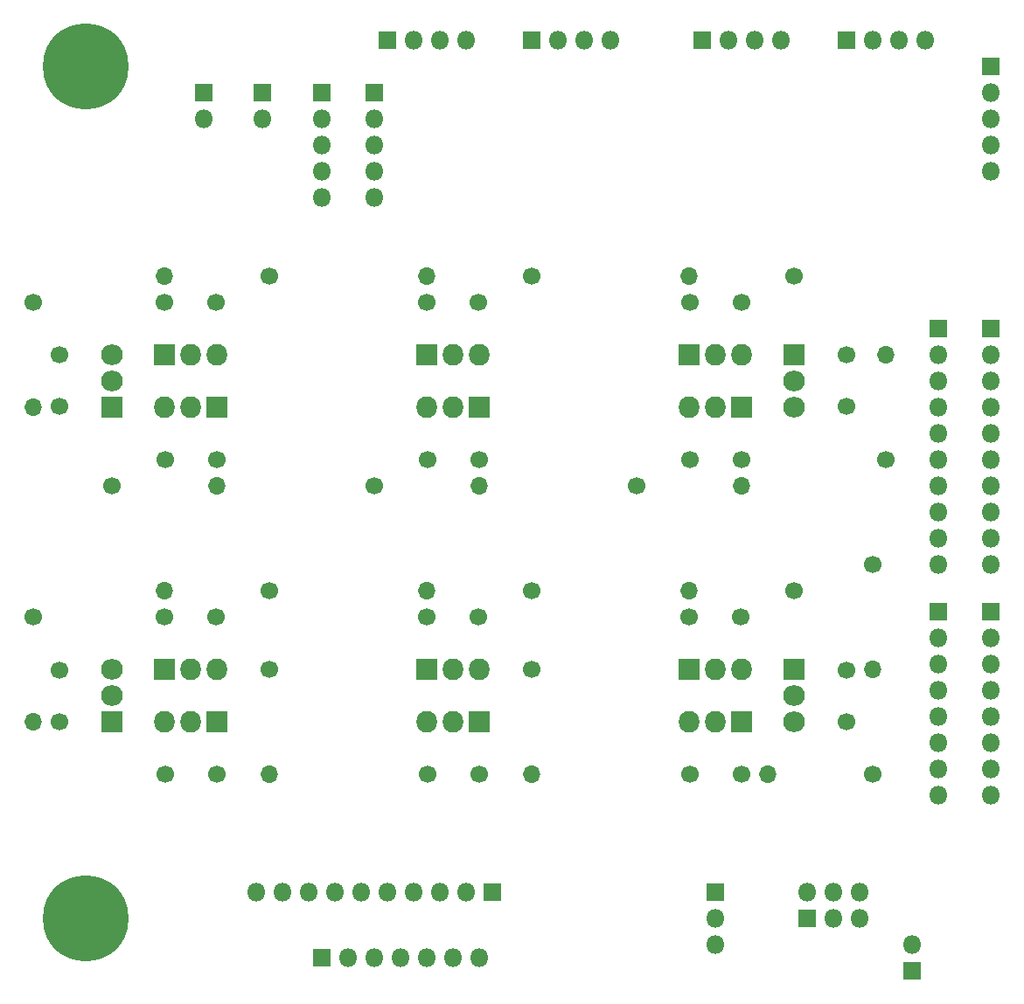
<source format=gbr>
%TF.GenerationSoftware,KiCad,Pcbnew,(5.1.6)-1*%
%TF.CreationDate,2020-09-23T12:19:09+02:00*%
%TF.ProjectId,ExtendedBoardCopy,45787465-6e64-4656-9442-6f617264436f,rev?*%
%TF.SameCoordinates,Original*%
%TF.FileFunction,Soldermask,Bot*%
%TF.FilePolarity,Negative*%
%FSLAX46Y46*%
G04 Gerber Fmt 4.6, Leading zero omitted, Abs format (unit mm)*
G04 Created by KiCad (PCBNEW (5.1.6)-1) date 2020-09-23 12:19:09*
%MOMM*%
%LPD*%
G01*
G04 APERTURE LIST*
%ADD10C,8.300000*%
%ADD11O,2.100000X2.005000*%
%ADD12R,2.100000X2.005000*%
%ADD13O,1.700000X1.700000*%
%ADD14C,1.700000*%
%ADD15O,1.800000X1.800000*%
%ADD16R,1.800000X1.800000*%
%ADD17R,2.005000X2.100000*%
%ADD18O,2.005000X2.100000*%
G04 APERTURE END LIST*
D10*
%TO.C,DH3*%
X99060000Y-151130000D03*
%TD*%
%TO.C,DH1*%
X99060000Y-68580000D03*
%TD*%
D11*
%TO.C,Q5*%
X167640000Y-101600000D03*
X167640000Y-99060000D03*
D12*
X167640000Y-96520000D03*
%TD*%
D13*
%TO.C,R4*%
X157480000Y-88900000D03*
D14*
X167640000Y-88900000D03*
%TD*%
D13*
%TO.C,R6*%
X162560000Y-109220000D03*
D14*
X152400000Y-109220000D03*
%TD*%
%TO.C,C1*%
X96520000Y-101520000D03*
X96520000Y-96520000D03*
%TD*%
%TO.C,C2*%
X111680000Y-91440000D03*
X106680000Y-91440000D03*
%TD*%
%TO.C,C3*%
X137080000Y-91440000D03*
X132080000Y-91440000D03*
%TD*%
%TO.C,C4*%
X157560000Y-91440000D03*
X162560000Y-91440000D03*
%TD*%
%TO.C,C5*%
X172720000Y-96520000D03*
X172720000Y-101520000D03*
%TD*%
%TO.C,C6*%
X162560000Y-106680000D03*
X157560000Y-106680000D03*
%TD*%
%TO.C,C7*%
X132160000Y-106680000D03*
X137160000Y-106680000D03*
%TD*%
%TO.C,C8*%
X106760000Y-106680000D03*
X111760000Y-106680000D03*
%TD*%
%TO.C,C9*%
X96520000Y-127080000D03*
X96520000Y-132080000D03*
%TD*%
%TO.C,C10*%
X106680000Y-121920000D03*
X111680000Y-121920000D03*
%TD*%
%TO.C,C11*%
X111760000Y-137160000D03*
X106760000Y-137160000D03*
%TD*%
%TO.C,C12*%
X137080000Y-121920000D03*
X132080000Y-121920000D03*
%TD*%
%TO.C,C13*%
X132160000Y-137160000D03*
X137160000Y-137160000D03*
%TD*%
%TO.C,C14*%
X162480000Y-121920000D03*
X157480000Y-121920000D03*
%TD*%
%TO.C,C15*%
X172720000Y-127080000D03*
X172720000Y-132080000D03*
%TD*%
%TO.C,C16*%
X162560000Y-137160000D03*
X157560000Y-137160000D03*
%TD*%
D15*
%TO.C,J5*%
X186690000Y-116840000D03*
X186690000Y-114300000D03*
X186690000Y-111760000D03*
X186690000Y-109220000D03*
X186690000Y-106680000D03*
X186690000Y-104140000D03*
X186690000Y-101600000D03*
X186690000Y-99060000D03*
X186690000Y-96520000D03*
D16*
X186690000Y-93980000D03*
%TD*%
D15*
%TO.C,J6*%
X181610000Y-139192000D03*
X181610000Y-136652000D03*
X181610000Y-134112000D03*
X181610000Y-131572000D03*
X181610000Y-129032000D03*
X181610000Y-126492000D03*
X181610000Y-123952000D03*
D16*
X181610000Y-121412000D03*
%TD*%
%TO.C,J7*%
X181610000Y-93980000D03*
D15*
X181610000Y-96520000D03*
X181610000Y-99060000D03*
X181610000Y-101600000D03*
X181610000Y-104140000D03*
X181610000Y-106680000D03*
X181610000Y-109220000D03*
X181610000Y-111760000D03*
X181610000Y-114300000D03*
X181610000Y-116840000D03*
%TD*%
D16*
%TO.C,J8*%
X186690000Y-121412000D03*
D15*
X186690000Y-123952000D03*
X186690000Y-126492000D03*
X186690000Y-129032000D03*
X186690000Y-131572000D03*
X186690000Y-134112000D03*
X186690000Y-136652000D03*
X186690000Y-139192000D03*
%TD*%
D16*
%TO.C,J9*%
X186690000Y-68580000D03*
D15*
X186690000Y-71120000D03*
X186690000Y-73660000D03*
X186690000Y-76200000D03*
X186690000Y-78740000D03*
%TD*%
D16*
%TO.C,J11*%
X160020000Y-148590000D03*
D15*
X160020000Y-151130000D03*
X160020000Y-153670000D03*
%TD*%
D16*
%TO.C,J17*%
X128270000Y-66040000D03*
D15*
X130810000Y-66040000D03*
X133350000Y-66040000D03*
X135890000Y-66040000D03*
%TD*%
%TO.C,J18*%
X149860000Y-66040000D03*
X147320000Y-66040000D03*
X144780000Y-66040000D03*
D16*
X142240000Y-66040000D03*
%TD*%
D15*
%TO.C,J19*%
X166370000Y-66040000D03*
X163830000Y-66040000D03*
X161290000Y-66040000D03*
D16*
X158750000Y-66040000D03*
%TD*%
%TO.C,J20*%
X172720000Y-66040000D03*
D15*
X175260000Y-66040000D03*
X177800000Y-66040000D03*
X180340000Y-66040000D03*
%TD*%
D12*
%TO.C,Q1*%
X101600000Y-101600000D03*
D11*
X101600000Y-99060000D03*
X101600000Y-96520000D03*
%TD*%
D17*
%TO.C,Q2*%
X106680000Y-96520000D03*
D18*
X109220000Y-96520000D03*
X111760000Y-96520000D03*
%TD*%
%TO.C,Q3*%
X137160000Y-96520000D03*
X134620000Y-96520000D03*
D17*
X132080000Y-96520000D03*
%TD*%
D18*
%TO.C,Q4*%
X162560000Y-96520000D03*
X160020000Y-96520000D03*
D17*
X157480000Y-96520000D03*
%TD*%
%TO.C,Q6*%
X162560000Y-101600000D03*
D18*
X160020000Y-101600000D03*
X157480000Y-101600000D03*
%TD*%
D17*
%TO.C,Q7*%
X137160000Y-101600000D03*
D18*
X134620000Y-101600000D03*
X132080000Y-101600000D03*
%TD*%
%TO.C,Q8*%
X106680000Y-101600000D03*
X109220000Y-101600000D03*
D17*
X111760000Y-101600000D03*
%TD*%
D11*
%TO.C,Q9*%
X101600000Y-127000000D03*
X101600000Y-129540000D03*
D12*
X101600000Y-132080000D03*
%TD*%
D18*
%TO.C,Q10*%
X111760000Y-127000000D03*
X109220000Y-127000000D03*
D17*
X106680000Y-127000000D03*
%TD*%
%TO.C,Q11*%
X111760000Y-132080000D03*
D18*
X109220000Y-132080000D03*
X106680000Y-132080000D03*
%TD*%
%TO.C,Q12*%
X137160000Y-127000000D03*
X134620000Y-127000000D03*
D17*
X132080000Y-127000000D03*
%TD*%
%TO.C,Q13*%
X137160000Y-132080000D03*
D18*
X134620000Y-132080000D03*
X132080000Y-132080000D03*
%TD*%
D17*
%TO.C,Q14*%
X157480000Y-127000000D03*
D18*
X160020000Y-127000000D03*
X162560000Y-127000000D03*
%TD*%
D12*
%TO.C,Q15*%
X167640000Y-127000000D03*
D11*
X167640000Y-129540000D03*
X167640000Y-132080000D03*
%TD*%
D18*
%TO.C,Q16*%
X157480000Y-132080000D03*
X160020000Y-132080000D03*
D17*
X162560000Y-132080000D03*
%TD*%
D14*
%TO.C,R1*%
X93980000Y-91440000D03*
D13*
X93980000Y-101600000D03*
%TD*%
%TO.C,R2*%
X106680000Y-88900000D03*
D14*
X116840000Y-88900000D03*
%TD*%
%TO.C,R3*%
X142240000Y-88900000D03*
D13*
X132080000Y-88900000D03*
%TD*%
D14*
%TO.C,R5*%
X176530000Y-106680000D03*
D13*
X176530000Y-96520000D03*
%TD*%
D14*
%TO.C,R7*%
X127000000Y-109220000D03*
D13*
X137160000Y-109220000D03*
%TD*%
%TO.C,R8*%
X111760000Y-109220000D03*
D14*
X101600000Y-109220000D03*
%TD*%
D13*
%TO.C,R9*%
X93980000Y-132080000D03*
D14*
X93980000Y-121920000D03*
%TD*%
D13*
%TO.C,R10*%
X106680000Y-119380000D03*
D14*
X116840000Y-119380000D03*
%TD*%
%TO.C,R11*%
X116840000Y-127000000D03*
D13*
X116840000Y-137160000D03*
%TD*%
%TO.C,R12*%
X132080000Y-119380000D03*
D14*
X142240000Y-119380000D03*
%TD*%
%TO.C,R13*%
X142240000Y-127000000D03*
D13*
X142240000Y-137160000D03*
%TD*%
D14*
%TO.C,R14*%
X167640000Y-119380000D03*
D13*
X157480000Y-119380000D03*
%TD*%
D14*
%TO.C,R15*%
X175260000Y-116840000D03*
D13*
X175260000Y-127000000D03*
%TD*%
%TO.C,R16*%
X165100000Y-137160000D03*
D14*
X175260000Y-137160000D03*
%TD*%
D16*
%TO.C,J21*%
X121920000Y-71120000D03*
D15*
X121920000Y-73660000D03*
X121920000Y-76200000D03*
X121920000Y-78740000D03*
X121920000Y-81280000D03*
%TD*%
%TO.C,J22*%
X116205000Y-73660000D03*
D16*
X116205000Y-71120000D03*
%TD*%
D15*
%TO.C,J23*%
X127000000Y-81280000D03*
X127000000Y-78740000D03*
X127000000Y-76200000D03*
X127000000Y-73660000D03*
D16*
X127000000Y-71120000D03*
%TD*%
%TO.C,J24*%
X110490000Y-71120000D03*
D15*
X110490000Y-73660000D03*
%TD*%
D16*
%TO.C,J10*%
X121920000Y-154940000D03*
D15*
X124460000Y-154940000D03*
X127000000Y-154940000D03*
X129540000Y-154940000D03*
X132080000Y-154940000D03*
X134620000Y-154940000D03*
X137160000Y-154940000D03*
%TD*%
D16*
%TO.C,J16*%
X138430000Y-148590000D03*
D15*
X135890000Y-148590000D03*
X133350000Y-148590000D03*
X130810000Y-148590000D03*
X128270000Y-148590000D03*
X125730000Y-148590000D03*
X123190000Y-148590000D03*
X120650000Y-148590000D03*
X118110000Y-148590000D03*
X115570000Y-148590000D03*
%TD*%
D16*
%TO.C,J25*%
X168910000Y-151130000D03*
D15*
X168910000Y-148590000D03*
X171450000Y-151130000D03*
X171450000Y-148590000D03*
X173990000Y-151130000D03*
X173990000Y-148590000D03*
%TD*%
D16*
%TO.C,J1*%
X179070000Y-156210000D03*
D15*
X179070000Y-153670000D03*
%TD*%
M02*

</source>
